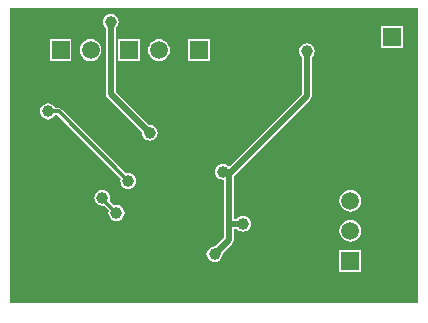
<source format=gbl>
G04 Layer_Physical_Order=2*
G04 Layer_Color=16711680*
%FSLAX42Y42*%
%MOMM*%
G71*
G01*
G75*
%ADD16C,1.00*%
%ADD20C,0.30*%
%ADD21C,0.50*%
G04:AMPARAMS|DCode=23|XSize=2.4mm|YSize=5mm|CornerRadius=0.3mm|HoleSize=0mm|Usage=FLASHONLY|Rotation=270.000|XOffset=0mm|YOffset=0mm|HoleType=Round|Shape=RoundedRectangle|*
%AMROUNDEDRECTD23*
21,1,2.40,4.40,0,0,270.0*
21,1,1.80,5.00,0,0,270.0*
1,1,0.60,-2.20,-0.90*
1,1,0.60,-2.20,0.90*
1,1,0.60,2.20,0.90*
1,1,0.60,2.20,-0.90*
%
%ADD23ROUNDEDRECTD23*%
%ADD24R,1.50X1.50*%
%ADD25C,1.50*%
%ADD26R,1.50X1.50*%
G36*
X3500Y50D02*
X50D01*
Y2550D01*
X3500D01*
Y50D01*
D02*
G37*
%LPC*%
G36*
X3372Y2392D02*
X3188D01*
Y2208D01*
X3372D01*
Y2392D01*
D02*
G37*
G36*
X1738Y2282D02*
X1554D01*
Y2098D01*
X1738D01*
Y2282D01*
D02*
G37*
G36*
X1148D02*
X964D01*
Y2098D01*
X1148D01*
Y2282D01*
D02*
G37*
G36*
X568D02*
X384D01*
Y2098D01*
X568D01*
Y2282D01*
D02*
G37*
G36*
X1310Y2283D02*
X1286Y2280D01*
X1264Y2270D01*
X1244Y2256D01*
X1230Y2236D01*
X1220Y2214D01*
X1217Y2190D01*
X1220Y2166D01*
X1230Y2144D01*
X1244Y2124D01*
X1264Y2110D01*
X1286Y2100D01*
X1310Y2097D01*
X1334Y2100D01*
X1356Y2110D01*
X1376Y2124D01*
X1390Y2144D01*
X1400Y2166D01*
X1403Y2190D01*
X1400Y2214D01*
X1390Y2236D01*
X1376Y2256D01*
X1356Y2270D01*
X1334Y2280D01*
X1310Y2283D01*
D02*
G37*
G36*
X730D02*
X706Y2280D01*
X684Y2270D01*
X664Y2256D01*
X650Y2236D01*
X640Y2214D01*
X637Y2190D01*
X640Y2166D01*
X650Y2144D01*
X664Y2124D01*
X684Y2110D01*
X706Y2100D01*
X730Y2097D01*
X754Y2100D01*
X776Y2110D01*
X796Y2124D01*
X810Y2144D01*
X820Y2166D01*
X823Y2190D01*
X820Y2214D01*
X810Y2236D01*
X796Y2256D01*
X776Y2270D01*
X754Y2280D01*
X730Y2283D01*
D02*
G37*
G36*
X900Y2498D02*
X883Y2495D01*
X866Y2489D01*
X852Y2478D01*
X841Y2464D01*
X835Y2447D01*
X832Y2430D01*
X835Y2413D01*
X841Y2396D01*
X852Y2382D01*
X857Y2378D01*
Y1820D01*
X860Y1804D01*
X870Y1790D01*
X1163Y1496D01*
X1162Y1490D01*
X1165Y1473D01*
X1171Y1456D01*
X1182Y1442D01*
X1196Y1431D01*
X1213Y1425D01*
X1230Y1422D01*
X1247Y1425D01*
X1264Y1431D01*
X1278Y1442D01*
X1289Y1456D01*
X1295Y1473D01*
X1298Y1490D01*
X1295Y1507D01*
X1289Y1524D01*
X1278Y1538D01*
X1264Y1549D01*
X1247Y1555D01*
X1230Y1558D01*
X1224Y1557D01*
X943Y1838D01*
Y2378D01*
X948Y2382D01*
X959Y2396D01*
X965Y2413D01*
X968Y2430D01*
X965Y2447D01*
X959Y2464D01*
X948Y2478D01*
X934Y2489D01*
X917Y2495D01*
X900Y2498D01*
D02*
G37*
G36*
X2560Y2248D02*
X2543Y2245D01*
X2526Y2239D01*
X2512Y2228D01*
X2501Y2214D01*
X2495Y2197D01*
X2492Y2180D01*
X2495Y2163D01*
X2501Y2146D01*
X2512Y2132D01*
X2517Y2128D01*
Y1818D01*
X1911Y1212D01*
X1898Y1208D01*
X1884Y1219D01*
X1867Y1225D01*
X1850Y1228D01*
X1833Y1225D01*
X1816Y1219D01*
X1802Y1208D01*
X1791Y1194D01*
X1785Y1177D01*
X1782Y1160D01*
X1785Y1143D01*
X1791Y1126D01*
X1802Y1112D01*
X1816Y1101D01*
X1833Y1095D01*
X1850Y1092D01*
X1857Y1086D01*
Y720D01*
Y598D01*
X1786Y527D01*
X1780Y528D01*
X1763Y525D01*
X1746Y519D01*
X1732Y508D01*
X1721Y494D01*
X1715Y477D01*
X1712Y460D01*
X1715Y443D01*
X1721Y426D01*
X1732Y412D01*
X1746Y401D01*
X1763Y395D01*
X1780Y392D01*
X1797Y395D01*
X1814Y401D01*
X1828Y412D01*
X1839Y426D01*
X1845Y443D01*
X1848Y460D01*
X1847Y466D01*
X1930Y550D01*
X1940Y564D01*
X1943Y580D01*
Y677D01*
X1968D01*
X1972Y672D01*
X1986Y661D01*
X2003Y655D01*
X2020Y652D01*
X2037Y655D01*
X2054Y661D01*
X2068Y672D01*
X2079Y686D01*
X2085Y703D01*
X2088Y720D01*
X2085Y737D01*
X2079Y754D01*
X2068Y768D01*
X2054Y779D01*
X2037Y785D01*
X2020Y788D01*
X2003Y785D01*
X1986Y779D01*
X1972Y768D01*
X1968Y763D01*
X1943D01*
Y1122D01*
X1950Y1130D01*
X2590Y1770D01*
X2600Y1784D01*
X2603Y1800D01*
Y2128D01*
X2608Y2132D01*
X2619Y2146D01*
X2625Y2163D01*
X2628Y2180D01*
X2625Y2197D01*
X2619Y2214D01*
X2608Y2228D01*
X2594Y2239D01*
X2577Y2245D01*
X2560Y2248D01*
D02*
G37*
G36*
X370Y1738D02*
X353Y1735D01*
X336Y1729D01*
X322Y1718D01*
X311Y1704D01*
X305Y1687D01*
X302Y1670D01*
X305Y1653D01*
X311Y1636D01*
X322Y1622D01*
X336Y1611D01*
X353Y1605D01*
X370Y1602D01*
X387Y1605D01*
X404Y1611D01*
X418Y1622D01*
X429Y1636D01*
X429Y1637D01*
X446D01*
X985Y1099D01*
X985Y1097D01*
X982Y1080D01*
X985Y1063D01*
X991Y1046D01*
X1002Y1032D01*
X1016Y1021D01*
X1033Y1015D01*
X1050Y1012D01*
X1067Y1015D01*
X1084Y1021D01*
X1098Y1032D01*
X1109Y1046D01*
X1115Y1063D01*
X1118Y1080D01*
X1115Y1097D01*
X1109Y1114D01*
X1098Y1128D01*
X1084Y1139D01*
X1067Y1145D01*
X1050Y1148D01*
X1033Y1145D01*
X1031Y1145D01*
X483Y1693D01*
X472Y1700D01*
X460Y1703D01*
X429D01*
X429Y1704D01*
X418Y1718D01*
X404Y1729D01*
X387Y1735D01*
X370Y1738D01*
D02*
G37*
G36*
X2930Y1007D02*
X2906Y1004D01*
X2884Y994D01*
X2864Y980D01*
X2850Y960D01*
X2840Y938D01*
X2837Y914D01*
X2840Y890D01*
X2850Y868D01*
X2864Y848D01*
X2884Y834D01*
X2906Y824D01*
X2930Y821D01*
X2954Y824D01*
X2976Y834D01*
X2996Y848D01*
X3010Y868D01*
X3020Y890D01*
X3023Y914D01*
X3020Y938D01*
X3010Y960D01*
X2996Y980D01*
X2976Y994D01*
X2954Y1004D01*
X2930Y1007D01*
D02*
G37*
G36*
X830Y1008D02*
X813Y1005D01*
X796Y999D01*
X782Y988D01*
X771Y974D01*
X765Y957D01*
X762Y940D01*
X765Y923D01*
X771Y906D01*
X782Y892D01*
X796Y881D01*
X813Y875D01*
X830Y872D01*
X840Y874D01*
X885Y829D01*
X885Y827D01*
X882Y810D01*
X885Y793D01*
X891Y776D01*
X902Y762D01*
X916Y751D01*
X933Y745D01*
X950Y742D01*
X967Y745D01*
X984Y751D01*
X998Y762D01*
X1009Y776D01*
X1015Y793D01*
X1018Y810D01*
X1015Y827D01*
X1009Y844D01*
X998Y858D01*
X984Y869D01*
X967Y875D01*
X950Y878D01*
X933Y875D01*
X931Y875D01*
X892Y914D01*
X895Y923D01*
X898Y940D01*
X895Y957D01*
X889Y974D01*
X878Y988D01*
X864Y999D01*
X847Y1005D01*
X830Y1008D01*
D02*
G37*
G36*
X2930Y753D02*
X2906Y750D01*
X2884Y740D01*
X2864Y726D01*
X2850Y706D01*
X2840Y684D01*
X2837Y660D01*
X2840Y636D01*
X2850Y614D01*
X2864Y594D01*
X2884Y580D01*
X2906Y570D01*
X2930Y567D01*
X2954Y570D01*
X2976Y580D01*
X2996Y594D01*
X3010Y614D01*
X3020Y636D01*
X3023Y660D01*
X3020Y684D01*
X3010Y706D01*
X2996Y726D01*
X2976Y740D01*
X2954Y750D01*
X2930Y753D01*
D02*
G37*
G36*
X3022Y498D02*
X2838D01*
Y314D01*
X3022D01*
Y498D01*
D02*
G37*
%LPD*%
D16*
X900Y2430D02*
D03*
X150Y210D02*
D03*
X490Y200D02*
D03*
X170Y770D02*
D03*
X490Y760D02*
D03*
X2560Y2180D02*
D03*
Y2440D02*
D03*
X1270Y1690D02*
D03*
X1850Y1390D02*
D03*
Y1160D02*
D03*
X1780Y460D02*
D03*
X2020Y720D02*
D03*
X1525Y990D02*
D03*
Y770D02*
D03*
X1315D02*
D03*
Y990D02*
D03*
X945Y1310D02*
D03*
X2020Y1710D02*
D03*
X2075Y1090D02*
D03*
X950Y810D02*
D03*
X1220Y280D02*
D03*
X1230Y1490D02*
D03*
X830Y940D02*
D03*
X1050Y1080D02*
D03*
X370Y1670D02*
D03*
X1630Y1560D02*
D03*
X2240Y730D02*
D03*
X2420D02*
D03*
X2620D02*
D03*
X2530Y330D02*
D03*
X3430Y910D02*
D03*
X1540Y130D02*
D03*
X2260Y320D02*
D03*
D20*
X460Y1670D02*
X1050Y1080D01*
X370Y1670D02*
X460D01*
X820Y940D02*
X830D01*
X820D02*
X950Y810D01*
D21*
X2560Y1800D02*
Y2180D01*
X1920Y1160D02*
X2560Y1800D01*
X900Y1820D02*
Y2430D01*
Y1820D02*
X1230Y1490D01*
X1850Y1160D02*
X1920D01*
X1900Y720D02*
Y1140D01*
X1920Y1160D01*
X1780Y460D02*
X1900Y580D01*
Y720D02*
X2020D01*
X1900Y580D02*
Y720D01*
D23*
X330Y210D02*
D03*
Y770D02*
D03*
D24*
X1646Y2190D02*
D03*
X1056D02*
D03*
X476D02*
D03*
D25*
X1900D02*
D03*
X1310D02*
D03*
X730D02*
D03*
X2930Y914D02*
D03*
Y660D02*
D03*
X1420Y880D02*
D03*
D26*
X3280Y2300D02*
D03*
Y1650D02*
D03*
X2930Y406D02*
D03*
M02*

</source>
